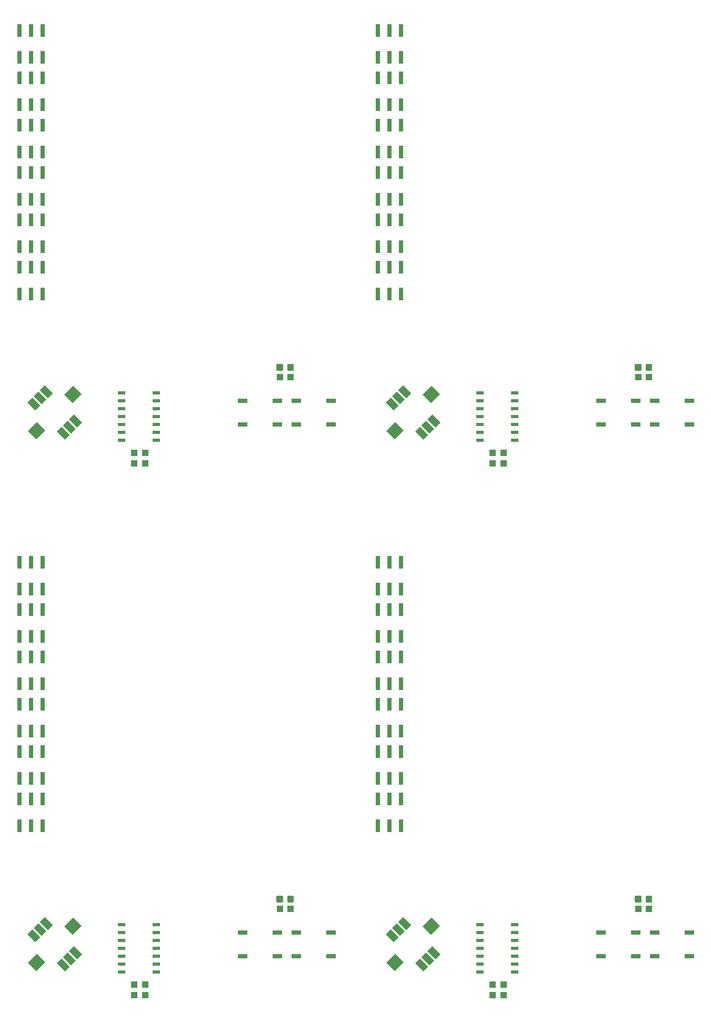
<source format=gtp>
G04 EAGLE Gerber RS-274X export*
G75*
%MOMM*%
%FSLAX34Y34*%
%LPD*%
%INSolderpaste Top*%
%IPPOS*%
%AMOC8*
5,1,8,0,0,1.08239X$1,22.5*%
G01*
%ADD10R,1.000000X1.100000*%
%ADD11C,0.300000*%
%ADD12R,0.750000X2.075000*%
%ADD13R,1.100000X1.000000*%
%ADD14R,1.524000X0.762000*%
%ADD15R,1.850000X1.100000*%
%ADD16R,1.900000X2.000000*%
%ADD17R,1.200000X0.600000*%


D10*
X222250Y55490D03*
X222250Y38490D03*
D11*
X452310Y189540D02*
X452310Y196540D01*
X459310Y196540D01*
X459310Y189540D01*
X452310Y189540D01*
X452310Y192390D02*
X459310Y192390D01*
X459310Y195240D02*
X452310Y195240D01*
X434770Y196540D02*
X434770Y189540D01*
X434770Y196540D02*
X441770Y196540D01*
X441770Y189540D01*
X434770Y189540D01*
X434770Y192390D02*
X441770Y192390D01*
X441770Y195240D02*
X434770Y195240D01*
D12*
X19350Y311275D03*
X38100Y311275D03*
X56850Y311275D03*
X56850Y354525D03*
X38100Y354525D03*
X19350Y354525D03*
X19350Y387475D03*
X38100Y387475D03*
X56850Y387475D03*
X56850Y430725D03*
X38100Y430725D03*
X19350Y430725D03*
X19350Y463675D03*
X38100Y463675D03*
X56850Y463675D03*
X56850Y506925D03*
X38100Y506925D03*
X19350Y506925D03*
X19350Y539875D03*
X38100Y539875D03*
X56850Y539875D03*
X56850Y583125D03*
X38100Y583125D03*
X19350Y583125D03*
X19350Y616075D03*
X38100Y616075D03*
X56850Y616075D03*
X56850Y659325D03*
X38100Y659325D03*
X19350Y659325D03*
X19350Y692275D03*
X38100Y692275D03*
X56850Y692275D03*
X56850Y735525D03*
X38100Y735525D03*
X19350Y735525D03*
D13*
X438540Y177800D03*
X455540Y177800D03*
D10*
X204470Y55490D03*
X204470Y38490D03*
D14*
X378460Y139700D03*
X434340Y139700D03*
X378460Y101600D03*
X434340Y101600D03*
X464820Y139700D03*
X520700Y139700D03*
X464820Y101600D03*
X520700Y101600D03*
D15*
G36*
X65239Y143632D02*
X52159Y156712D01*
X59937Y164490D01*
X73017Y151410D01*
X65239Y143632D01*
G37*
G36*
X112262Y96609D02*
X99182Y109689D01*
X106960Y117467D01*
X120040Y104387D01*
X112262Y96609D01*
G37*
G36*
X45440Y123833D02*
X32360Y136913D01*
X40138Y144691D01*
X53218Y131611D01*
X45440Y123833D01*
G37*
G36*
X55340Y133732D02*
X42260Y146812D01*
X50038Y154590D01*
X63118Y141510D01*
X55340Y133732D01*
G37*
G36*
X92463Y76810D02*
X79383Y89890D01*
X87161Y97668D01*
X100241Y84588D01*
X92463Y76810D01*
G37*
G36*
X102362Y86710D02*
X89282Y99790D01*
X97060Y107568D01*
X110140Y94488D01*
X102362Y86710D01*
G37*
D16*
G36*
X105051Y136066D02*
X91616Y149501D01*
X105757Y163642D01*
X119192Y150207D01*
X105051Y136066D01*
G37*
G36*
X46643Y77658D02*
X33208Y91093D01*
X47349Y105234D01*
X60784Y91799D01*
X46643Y77658D01*
G37*
D17*
X240090Y76200D03*
X240090Y88900D03*
X240090Y101600D03*
X240090Y114300D03*
X240090Y127000D03*
X240090Y139700D03*
X240090Y152400D03*
X184090Y152400D03*
X184090Y139700D03*
X184090Y127000D03*
X184090Y114300D03*
X184090Y101600D03*
X184090Y88900D03*
X184090Y76200D03*
D10*
X798830Y55490D03*
X798830Y38490D03*
D11*
X1028890Y189540D02*
X1028890Y196540D01*
X1035890Y196540D01*
X1035890Y189540D01*
X1028890Y189540D01*
X1028890Y192390D02*
X1035890Y192390D01*
X1035890Y195240D02*
X1028890Y195240D01*
X1011350Y196540D02*
X1011350Y189540D01*
X1011350Y196540D02*
X1018350Y196540D01*
X1018350Y189540D01*
X1011350Y189540D01*
X1011350Y192390D02*
X1018350Y192390D01*
X1018350Y195240D02*
X1011350Y195240D01*
D12*
X595930Y311275D03*
X614680Y311275D03*
X633430Y311275D03*
X633430Y354525D03*
X614680Y354525D03*
X595930Y354525D03*
X595930Y387475D03*
X614680Y387475D03*
X633430Y387475D03*
X633430Y430725D03*
X614680Y430725D03*
X595930Y430725D03*
X595930Y463675D03*
X614680Y463675D03*
X633430Y463675D03*
X633430Y506925D03*
X614680Y506925D03*
X595930Y506925D03*
X595930Y539875D03*
X614680Y539875D03*
X633430Y539875D03*
X633430Y583125D03*
X614680Y583125D03*
X595930Y583125D03*
X595930Y616075D03*
X614680Y616075D03*
X633430Y616075D03*
X633430Y659325D03*
X614680Y659325D03*
X595930Y659325D03*
X595930Y692275D03*
X614680Y692275D03*
X633430Y692275D03*
X633430Y735525D03*
X614680Y735525D03*
X595930Y735525D03*
D13*
X1015120Y177800D03*
X1032120Y177800D03*
D10*
X781050Y55490D03*
X781050Y38490D03*
D14*
X955040Y139700D03*
X1010920Y139700D03*
X955040Y101600D03*
X1010920Y101600D03*
X1041400Y139700D03*
X1097280Y139700D03*
X1041400Y101600D03*
X1097280Y101600D03*
D15*
G36*
X641819Y143632D02*
X628739Y156712D01*
X636517Y164490D01*
X649597Y151410D01*
X641819Y143632D01*
G37*
G36*
X688842Y96609D02*
X675762Y109689D01*
X683540Y117467D01*
X696620Y104387D01*
X688842Y96609D01*
G37*
G36*
X622020Y123833D02*
X608940Y136913D01*
X616718Y144691D01*
X629798Y131611D01*
X622020Y123833D01*
G37*
G36*
X631920Y133732D02*
X618840Y146812D01*
X626618Y154590D01*
X639698Y141510D01*
X631920Y133732D01*
G37*
G36*
X669043Y76810D02*
X655963Y89890D01*
X663741Y97668D01*
X676821Y84588D01*
X669043Y76810D01*
G37*
G36*
X678942Y86710D02*
X665862Y99790D01*
X673640Y107568D01*
X686720Y94488D01*
X678942Y86710D01*
G37*
D16*
G36*
X681631Y136066D02*
X668196Y149501D01*
X682337Y163642D01*
X695772Y150207D01*
X681631Y136066D01*
G37*
G36*
X623223Y77658D02*
X609788Y91093D01*
X623929Y105234D01*
X637364Y91799D01*
X623223Y77658D01*
G37*
D17*
X816670Y76200D03*
X816670Y88900D03*
X816670Y101600D03*
X816670Y114300D03*
X816670Y127000D03*
X816670Y139700D03*
X816670Y152400D03*
X760670Y152400D03*
X760670Y139700D03*
X760670Y127000D03*
X760670Y114300D03*
X760670Y101600D03*
X760670Y88900D03*
X760670Y76200D03*
D10*
X222250Y911470D03*
X222250Y894470D03*
D11*
X452310Y1045520D02*
X452310Y1052520D01*
X459310Y1052520D01*
X459310Y1045520D01*
X452310Y1045520D01*
X452310Y1048370D02*
X459310Y1048370D01*
X459310Y1051220D02*
X452310Y1051220D01*
X434770Y1052520D02*
X434770Y1045520D01*
X434770Y1052520D02*
X441770Y1052520D01*
X441770Y1045520D01*
X434770Y1045520D01*
X434770Y1048370D02*
X441770Y1048370D01*
X441770Y1051220D02*
X434770Y1051220D01*
D12*
X19350Y1167255D03*
X38100Y1167255D03*
X56850Y1167255D03*
X56850Y1210505D03*
X38100Y1210505D03*
X19350Y1210505D03*
X19350Y1243455D03*
X38100Y1243455D03*
X56850Y1243455D03*
X56850Y1286705D03*
X38100Y1286705D03*
X19350Y1286705D03*
X19350Y1319655D03*
X38100Y1319655D03*
X56850Y1319655D03*
X56850Y1362905D03*
X38100Y1362905D03*
X19350Y1362905D03*
X19350Y1395855D03*
X38100Y1395855D03*
X56850Y1395855D03*
X56850Y1439105D03*
X38100Y1439105D03*
X19350Y1439105D03*
X19350Y1472055D03*
X38100Y1472055D03*
X56850Y1472055D03*
X56850Y1515305D03*
X38100Y1515305D03*
X19350Y1515305D03*
X19350Y1548255D03*
X38100Y1548255D03*
X56850Y1548255D03*
X56850Y1591505D03*
X38100Y1591505D03*
X19350Y1591505D03*
D13*
X438540Y1033780D03*
X455540Y1033780D03*
D10*
X204470Y911470D03*
X204470Y894470D03*
D14*
X378460Y995680D03*
X434340Y995680D03*
X378460Y957580D03*
X434340Y957580D03*
X464820Y995680D03*
X520700Y995680D03*
X464820Y957580D03*
X520700Y957580D03*
D15*
G36*
X65239Y999612D02*
X52159Y1012692D01*
X59937Y1020470D01*
X73017Y1007390D01*
X65239Y999612D01*
G37*
G36*
X112262Y952589D02*
X99182Y965669D01*
X106960Y973447D01*
X120040Y960367D01*
X112262Y952589D01*
G37*
G36*
X45440Y979813D02*
X32360Y992893D01*
X40138Y1000671D01*
X53218Y987591D01*
X45440Y979813D01*
G37*
G36*
X55340Y989712D02*
X42260Y1002792D01*
X50038Y1010570D01*
X63118Y997490D01*
X55340Y989712D01*
G37*
G36*
X92463Y932790D02*
X79383Y945870D01*
X87161Y953648D01*
X100241Y940568D01*
X92463Y932790D01*
G37*
G36*
X102362Y942690D02*
X89282Y955770D01*
X97060Y963548D01*
X110140Y950468D01*
X102362Y942690D01*
G37*
D16*
G36*
X105051Y992046D02*
X91616Y1005481D01*
X105757Y1019622D01*
X119192Y1006187D01*
X105051Y992046D01*
G37*
G36*
X46643Y933638D02*
X33208Y947073D01*
X47349Y961214D01*
X60784Y947779D01*
X46643Y933638D01*
G37*
D17*
X240090Y932180D03*
X240090Y944880D03*
X240090Y957580D03*
X240090Y970280D03*
X240090Y982980D03*
X240090Y995680D03*
X240090Y1008380D03*
X184090Y1008380D03*
X184090Y995680D03*
X184090Y982980D03*
X184090Y970280D03*
X184090Y957580D03*
X184090Y944880D03*
X184090Y932180D03*
D10*
X798830Y911470D03*
X798830Y894470D03*
D11*
X1028890Y1045520D02*
X1028890Y1052520D01*
X1035890Y1052520D01*
X1035890Y1045520D01*
X1028890Y1045520D01*
X1028890Y1048370D02*
X1035890Y1048370D01*
X1035890Y1051220D02*
X1028890Y1051220D01*
X1011350Y1052520D02*
X1011350Y1045520D01*
X1011350Y1052520D02*
X1018350Y1052520D01*
X1018350Y1045520D01*
X1011350Y1045520D01*
X1011350Y1048370D02*
X1018350Y1048370D01*
X1018350Y1051220D02*
X1011350Y1051220D01*
D12*
X595930Y1167255D03*
X614680Y1167255D03*
X633430Y1167255D03*
X633430Y1210505D03*
X614680Y1210505D03*
X595930Y1210505D03*
X595930Y1243455D03*
X614680Y1243455D03*
X633430Y1243455D03*
X633430Y1286705D03*
X614680Y1286705D03*
X595930Y1286705D03*
X595930Y1319655D03*
X614680Y1319655D03*
X633430Y1319655D03*
X633430Y1362905D03*
X614680Y1362905D03*
X595930Y1362905D03*
X595930Y1395855D03*
X614680Y1395855D03*
X633430Y1395855D03*
X633430Y1439105D03*
X614680Y1439105D03*
X595930Y1439105D03*
X595930Y1472055D03*
X614680Y1472055D03*
X633430Y1472055D03*
X633430Y1515305D03*
X614680Y1515305D03*
X595930Y1515305D03*
X595930Y1548255D03*
X614680Y1548255D03*
X633430Y1548255D03*
X633430Y1591505D03*
X614680Y1591505D03*
X595930Y1591505D03*
D13*
X1015120Y1033780D03*
X1032120Y1033780D03*
D10*
X781050Y911470D03*
X781050Y894470D03*
D14*
X955040Y995680D03*
X1010920Y995680D03*
X955040Y957580D03*
X1010920Y957580D03*
X1041400Y995680D03*
X1097280Y995680D03*
X1041400Y957580D03*
X1097280Y957580D03*
D15*
G36*
X641819Y999612D02*
X628739Y1012692D01*
X636517Y1020470D01*
X649597Y1007390D01*
X641819Y999612D01*
G37*
G36*
X688842Y952589D02*
X675762Y965669D01*
X683540Y973447D01*
X696620Y960367D01*
X688842Y952589D01*
G37*
G36*
X622020Y979813D02*
X608940Y992893D01*
X616718Y1000671D01*
X629798Y987591D01*
X622020Y979813D01*
G37*
G36*
X631920Y989712D02*
X618840Y1002792D01*
X626618Y1010570D01*
X639698Y997490D01*
X631920Y989712D01*
G37*
G36*
X669043Y932790D02*
X655963Y945870D01*
X663741Y953648D01*
X676821Y940568D01*
X669043Y932790D01*
G37*
G36*
X678942Y942690D02*
X665862Y955770D01*
X673640Y963548D01*
X686720Y950468D01*
X678942Y942690D01*
G37*
D16*
G36*
X681631Y992046D02*
X668196Y1005481D01*
X682337Y1019622D01*
X695772Y1006187D01*
X681631Y992046D01*
G37*
G36*
X623223Y933638D02*
X609788Y947073D01*
X623929Y961214D01*
X637364Y947779D01*
X623223Y933638D01*
G37*
D17*
X816670Y932180D03*
X816670Y944880D03*
X816670Y957580D03*
X816670Y970280D03*
X816670Y982980D03*
X816670Y995680D03*
X816670Y1008380D03*
X760670Y1008380D03*
X760670Y995680D03*
X760670Y982980D03*
X760670Y970280D03*
X760670Y957580D03*
X760670Y944880D03*
X760670Y932180D03*
M02*

</source>
